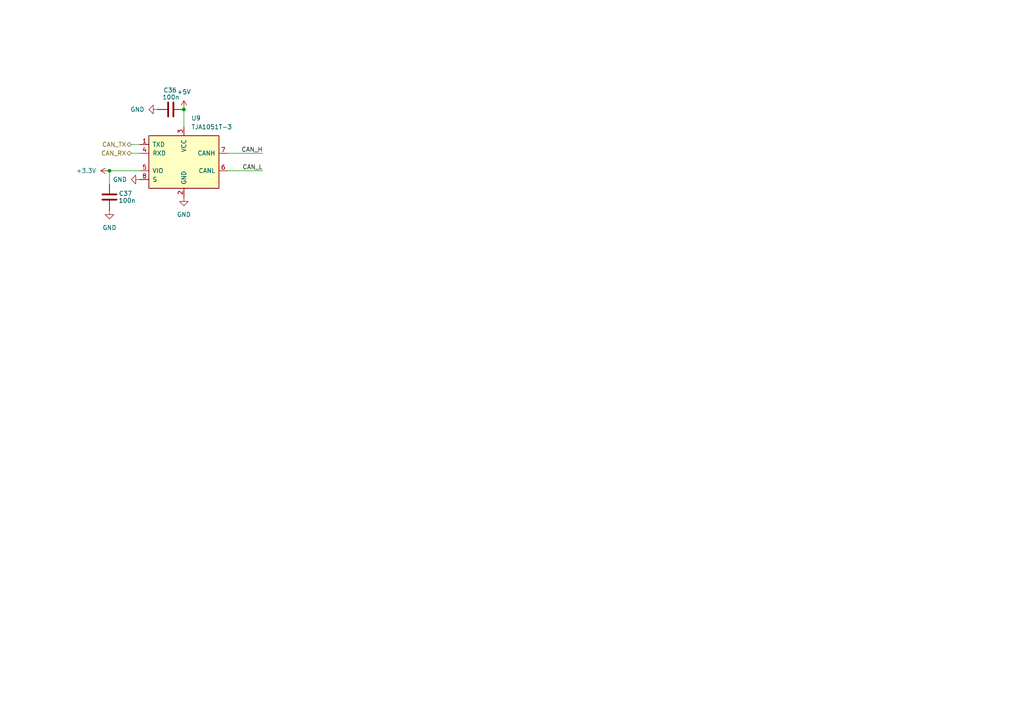
<source format=kicad_sch>
(kicad_sch (version 20250114) (generator "eeschema") (generator_version "9.0")
  (paper "A4")
  (lib_symbols
    (symbol "Device:C" (pin_numbers (hide yes)) (pin_names (offset 0.254))
      (property "Reference" "C" (at 0.635 2.54 0))
      (property "Value" "C" (at 0.635 -2.54 0))
      (symbol "C_0_1"
        (polyline (pts (xy -2.032 0.762) (xy 2.032 0.762)) (stroke (width 0.508)))
        (polyline (pts (xy -2.032 -0.762) (xy 2.032 -0.762)) (stroke (width 0.508)))
      )
      (symbol "C_1_1"
        (pin passive line (at 0 3.81 270) (length 2.794) (name "~") (number "1"))
        (pin passive line (at 0 -3.81 90) (length 2.794) (name "~") (number "2"))
      )
    )
    (symbol "Interface_CAN_LIN:TJA1051T-3" (pin_names (offset 1.016))
      (property "Reference" "U" (at -10.16 8.89 0))
      (property "Value" "TJA1051T-3" (at 1.27 8.89 0))
      (symbol "TJA1051T-3_0_1"
        (rectangle (start -10.16 7.62) (end 10.16 -7.62) (stroke (width 0.254)) (fill (type background)))
      )
      (symbol "TJA1051T-3_1_1"
        (pin input line (at -12.7 5.08 0) (length 2.54) (name "TXD") (number "1"))
        (pin output line (at -12.7 2.54 0) (length 2.54) (name "RXD") (number "4"))
        (pin power_in line (at -12.7 -2.54 0) (length 2.54) (name "VIO") (number "5"))
        (pin input line (at -12.7 -5.08 0) (length 2.54) (name "S") (number "8"))
        (pin power_in line (at 0 10.16 270) (length 2.54) (name "VCC") (number "3"))
        (pin power_in line (at 0 -10.16 90) (length 2.54) (name "GND") (number "2"))
        (pin bidirectional line (at 12.7 2.54 180) (length 2.54) (name "CANH") (number "7"))
        (pin bidirectional line (at 12.7 -2.54 180) (length 2.54) (name "CANL") (number "6"))
      )
    )
    (symbol "power:+3.3V" (power) (pin_numbers (hide yes)) (pin_names (offset 0) (hide yes))
      (property "Value" "+3.3V" (at 0 3.556 0))
      (symbol "+3.3V_0_1"
        (polyline (pts (xy -0.762 1.27) (xy 0 2.54)))
        (polyline (pts (xy 0 2.54) (xy 0.762 1.27)))
        (polyline (pts (xy 0 0) (xy 0 2.54)))
      )
      (symbol "+3.3V_1_1"
        (pin power_in line (at 0 0 90) (length 0) (name "~") (number "1"))
      )
    )
    (symbol "power:+5V" (power) (pin_numbers (hide yes)) (pin_names (offset 0) (hide yes))
      (property "Value" "+5V" (at 0 3.556 0))
      (symbol "+5V_0_1"
        (polyline (pts (xy -0.762 1.27) (xy 0 2.54)))
        (polyline (pts (xy 0 2.54) (xy 0.762 1.27)))
        (polyline (pts (xy 0 0) (xy 0 2.54)))
      )
      (symbol "+5V_1_1"
        (pin power_in line (at 0 0 90) (length 0) (name "~") (number "1"))
      )
    )
    (symbol "power:GND" (power) (pin_numbers (hide yes)) (pin_names (offset 0) (hide yes))
      (property "Value" "GND" (at 0 -3.81 0))
      (symbol "GND_0_1"
        (polyline (pts (xy 0 0) (xy 0 -1.27) (xy 1.27 -1.27) (xy 0 -2.54) (xy -1.27 -1.27) (xy 0 -1.27)))
      )
      (symbol "GND_1_1"
        (pin power_in line (at 0 0 270) (length 0) (name "~") (number "1"))
      )
    )
  )
  (junction (at 31.75 49.53))
  (junction (at 53.34 31.75))
  (wire (pts (xy 38.1 41.91) (xy 40.64 41.91)))
  (wire (pts (xy 38.1 44.45) (xy 40.64 44.45)))
  (wire (pts (xy 31.75 49.53) (xy 40.64 49.53)))
  (wire (pts (xy 53.34 31.75) (xy 53.34 36.83)))
  (wire (pts (xy 66.04 49.53) (xy 76.2 49.53)))
  (wire (pts (xy 66.04 44.45) (xy 76.2 44.45)))
  (wire (pts (xy 31.75 53.34) (xy 31.75 49.53)))
  (label "CAN_L" (at 76.2 49.53 180))
  (label "CAN_H" (at 76.2 44.45 180))
  (hierarchical_label "CAN_RX" (shape bidirectional) (at 38.1 44.45 180))
  (hierarchical_label "CAN_TX" (shape bidirectional) (at 38.1 41.91 180))
  (symbol (lib_id "power:+3.3V") (at 31.75 49.53 90) (unit 1)
    (property "Reference" "#PWR0110" (effects (hide yes)))
    (property "Value" "+3.3V" (at 27.94 49.5299 90) (effects (justify left)))
    (property "Description" "Power symbol creates a global label with name \"+3.3V\"" (effects (hide yes)))
  )
  (symbol (lib_id "power:GND") (at 53.34 57.15 0) (unit 1)
    (property "Reference" "#PWR0105" (effects (hide yes)))
    (property "Value" "GND" (at 53.34 62.23 0))
    (property "Description" "Power symbol creates a global label with name \"GND\" , ground" (effects (hide yes)))
  )
  (symbol (lib_id "Interface_CAN_LIN:TJA1051T-3") (at 53.34 46.99 0) (unit 1)
    (property "Reference" "U9" (at 55.4833 34.29 0) (effects (justify left)))
    (property "Value" "TJA1051T-3" (at 55.4833 36.83 0) (effects (justify left)))
    (property "Footprint" "Package_SO:SOIC-8_3.9x4.9mm_P1.27mm" (effects (hide yes)))
    (property "Datasheet" "http://www.nxp.com/docs/en/data-sheet/TJA1051.pdf" (effects (hide yes)))
    (property "Description" "High-Speed CAN Transceiver, separate VIO, silent mode, SOIC-8" (effects (hide yes)))
  )
  (symbol (lib_id "power:GND") (at 40.64 52.07 270) (unit 1)
    (property "Reference" "#PWR0109" (effects (hide yes)))
    (property "Value" "GND" (at 36.83 52.0699 90) (effects (justify right)))
    (property "Description" "Power symbol creates a global label with name \"GND\" , ground" (effects (hide yes)))
  )
  (symbol (lib_id "Device:C") (at 49.53 31.75 90) (unit 1)
    (property "Reference" "C36" (at 51.308 26.162 90) (effects (justify left)))
    (property "Value" "100n" (at 52.07 28.194 90) (effects (justify left)))
    (property "Footprint" "Capacitor_SMD:C_0402_1005Metric" (effects (hide yes)))
  )
  (symbol (lib_id "power:GND") (at 31.75 60.96 0) (unit 1)
    (property "Reference" "#PWR0108" (effects (hide yes)))
    (property "Value" "GND" (at 31.75 66.04 0))
    (property "Description" "Power symbol creates a global label with name \"GND\" , ground" (effects (hide yes)))
  )
  (symbol (lib_id "power:+5V") (at 53.34 31.75 0) (unit 1)
    (property "Reference" "#PWR0107" (effects (hide yes)))
    (property "Value" "+5V" (at 53.34 26.67 0))
    (property "Description" "Power symbol creates a global label with name \"+5V\"" (effects (hide yes)))
  )
  (symbol (lib_id "Device:C") (at 31.75 57.15 180) (unit 1)
    (property "Reference" "C37" (at 38.354 56.134 0) (effects (justify left)))
    (property "Value" "100n" (at 39.37 58.166 0) (effects (justify left)))
    (property "Footprint" "Capacitor_SMD:C_0402_1005Metric" (effects (hide yes)))
  )
  (symbol (lib_id "power:GND") (at 45.72 31.75 270) (unit 1)
    (property "Reference" "#PWR0106" (effects (hide yes)))
    (property "Value" "GND" (at 41.91 31.7499 90) (effects (justify right)))
    (property "Description" "Power symbol creates a global label with name \"GND\" , ground" (effects (hide yes)))
  )
)
</source>
